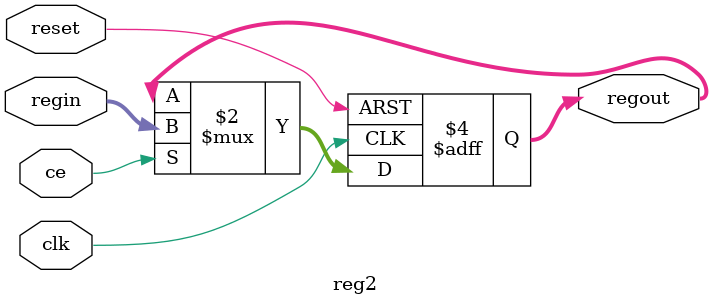
<source format=v>
`timescale 1ns / 1ps
module reg2( clk, reset, ce, regin, regout);
    input clk, reset, ce;
	 input [31:0] regin;
    output reg [31:0] regout;
	 
   always @(posedge clk or posedge reset)
		if (reset) begin
			regout <= 1'b0;
		end else if (ce) begin
			regout <= regin;
		end

endmodule

</source>
